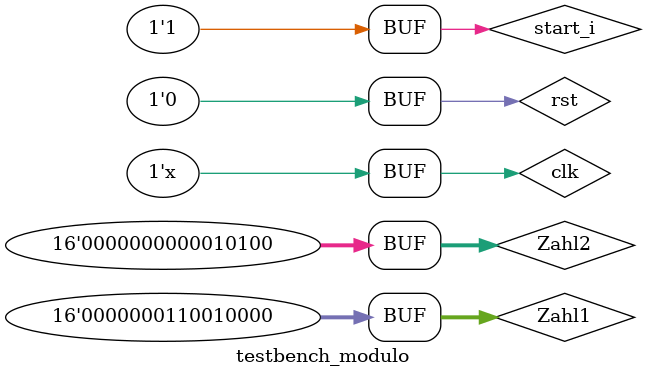
<source format=v>
module testbench_modulo (


);

    reg clk = 'd0;
    reg rst;
    reg start_i = 'd0;

    wire [15:0]  ergebnis;
    wire valid;
    reg [15:0] Zahl1 = 16'd400;
    reg [15:0] Zahl2 = 16'd20;

    modulo_top modulo_top(

    	.rst(rst), 
        .clk(clk), 
        .start_i(start_i),
    	.Zahl1_i(Zahl1), 
        .Zahl2_i(Zahl2),
    	.valid_o(valid),
    	.ergebnis_o(ergebnis)
    );

    initial begin
        #5  start_i = 1'd1;
            rst     = 1'd1;
        #2  rst     = 1'd0;


        //#200    Zahl1 = 16'd9540;
        //        Zahl2 = 16'd5175;   
    	
    end

    always
    #5 clk = !clk;



endmodule
</source>
